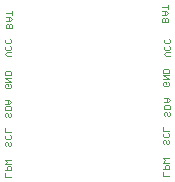
<source format=gbo>
G75*
%MOIN*%
%OFA0B0*%
%FSLAX24Y24*%
%IPPOS*%
%LPD*%
%AMOC8*
5,1,8,0,0,1.08239X$1,22.5*
%
%ADD10C,0.0040*%
D10*
X002004Y000638D02*
X002004Y000772D01*
X002004Y000859D02*
X002204Y000859D01*
X002204Y000959D01*
X002171Y000993D01*
X002104Y000993D01*
X002071Y000959D01*
X002071Y000859D01*
X002004Y000638D02*
X002204Y000638D01*
X002204Y001080D02*
X002004Y001080D01*
X002071Y001147D01*
X002004Y001214D01*
X002204Y001214D01*
X002163Y001685D02*
X002130Y001685D01*
X002096Y001719D01*
X002096Y001785D01*
X002063Y001819D01*
X002030Y001819D01*
X001996Y001785D01*
X001996Y001719D01*
X002030Y001685D01*
X002163Y001685D02*
X002197Y001719D01*
X002197Y001785D01*
X002163Y001819D01*
X002163Y001906D02*
X002030Y001906D01*
X001996Y001940D01*
X001996Y002006D01*
X002030Y002040D01*
X001996Y002127D02*
X001996Y002261D01*
X001996Y002127D02*
X002197Y002127D01*
X002163Y002040D02*
X002197Y002006D01*
X002197Y001940D01*
X002163Y001906D01*
X002171Y002646D02*
X002138Y002646D01*
X002104Y002679D01*
X002104Y002746D01*
X002071Y002779D01*
X002038Y002779D01*
X002004Y002746D01*
X002004Y002679D01*
X002038Y002646D01*
X002171Y002646D02*
X002204Y002679D01*
X002204Y002746D01*
X002171Y002779D01*
X002204Y002867D02*
X002004Y002867D01*
X002004Y002967D01*
X002038Y003000D01*
X002171Y003000D01*
X002204Y002967D01*
X002204Y002867D01*
X002138Y003088D02*
X002004Y003088D01*
X002104Y003088D02*
X002104Y003221D01*
X002138Y003221D02*
X002004Y003221D01*
X002138Y003221D02*
X002204Y003155D01*
X002138Y003088D01*
X002171Y003591D02*
X002038Y003591D01*
X002004Y003624D01*
X002004Y003691D01*
X002038Y003724D01*
X002104Y003724D01*
X002104Y003658D01*
X002171Y003724D02*
X002204Y003691D01*
X002204Y003624D01*
X002171Y003591D01*
X002204Y003812D02*
X002004Y003812D01*
X002004Y003945D02*
X002204Y003945D01*
X002204Y004033D02*
X002204Y004133D01*
X002171Y004166D01*
X002038Y004166D01*
X002004Y004133D01*
X002004Y004033D01*
X002204Y004033D01*
X002004Y003945D02*
X002204Y003812D01*
X002201Y004660D02*
X002067Y004660D01*
X002000Y004727D01*
X002067Y004794D01*
X002201Y004794D01*
X002167Y004881D02*
X002034Y004881D01*
X002000Y004915D01*
X002000Y004981D01*
X002034Y005015D01*
X002167Y005015D02*
X002201Y004981D01*
X002201Y004915D01*
X002167Y004881D01*
X002167Y005102D02*
X002034Y005102D01*
X002000Y005136D01*
X002000Y005202D01*
X002034Y005236D01*
X002167Y005236D02*
X002201Y005202D01*
X002201Y005136D01*
X002167Y005102D01*
X002124Y005607D02*
X002124Y005707D01*
X002091Y005740D01*
X002057Y005740D01*
X002024Y005707D01*
X002024Y005607D01*
X002224Y005607D01*
X002224Y005707D01*
X002191Y005740D01*
X002158Y005740D01*
X002124Y005707D01*
X002124Y005828D02*
X002124Y005961D01*
X002158Y005961D02*
X002024Y005961D01*
X002158Y005961D02*
X002224Y005895D01*
X002158Y005828D01*
X002024Y005828D01*
X002224Y006049D02*
X002224Y006182D01*
X002224Y006116D02*
X002024Y006116D01*
X007240Y006162D02*
X007374Y006162D01*
X007441Y006095D01*
X007374Y006028D01*
X007240Y006028D01*
X007274Y005941D02*
X007240Y005907D01*
X007240Y005807D01*
X007441Y005807D01*
X007441Y005907D01*
X007407Y005941D01*
X007374Y005941D01*
X007341Y005907D01*
X007341Y005807D01*
X007341Y005907D02*
X007307Y005941D01*
X007274Y005941D01*
X007341Y006028D02*
X007341Y006162D01*
X007441Y006249D02*
X007441Y006383D01*
X007441Y006316D02*
X007240Y006316D01*
X007337Y005233D02*
X007303Y005200D01*
X007303Y005133D01*
X007337Y005100D01*
X007470Y005100D01*
X007504Y005133D01*
X007504Y005200D01*
X007470Y005233D01*
X007470Y005012D02*
X007504Y004979D01*
X007504Y004912D01*
X007470Y004879D01*
X007337Y004879D01*
X007303Y004912D01*
X007303Y004979D01*
X007337Y005012D01*
X007370Y004791D02*
X007504Y004791D01*
X007370Y004791D02*
X007303Y004725D01*
X007370Y004658D01*
X007504Y004658D01*
X007431Y004249D02*
X007297Y004249D01*
X007264Y004216D01*
X007264Y004116D01*
X007464Y004116D01*
X007464Y004216D01*
X007431Y004249D01*
X007464Y004028D02*
X007264Y004028D01*
X007464Y003895D01*
X007264Y003895D01*
X007297Y003807D02*
X007364Y003807D01*
X007364Y003740D01*
X007297Y003674D02*
X007264Y003707D01*
X007264Y003774D01*
X007297Y003807D01*
X007297Y003674D02*
X007431Y003674D01*
X007464Y003707D01*
X007464Y003774D01*
X007431Y003807D01*
X007437Y003265D02*
X007303Y003265D01*
X007404Y003265D02*
X007404Y003131D01*
X007437Y003131D02*
X007504Y003198D01*
X007437Y003265D01*
X007437Y003131D02*
X007303Y003131D01*
X007337Y003044D02*
X007303Y003010D01*
X007303Y002910D01*
X007504Y002910D01*
X007504Y003010D01*
X007470Y003044D01*
X007337Y003044D01*
X007337Y002823D02*
X007303Y002789D01*
X007303Y002723D01*
X007337Y002689D01*
X007404Y002723D02*
X007404Y002789D01*
X007370Y002823D01*
X007337Y002823D01*
X007404Y002723D02*
X007437Y002689D01*
X007470Y002689D01*
X007504Y002723D01*
X007504Y002789D01*
X007470Y002823D01*
X007264Y002320D02*
X007264Y002186D01*
X007464Y002186D01*
X007431Y002099D02*
X007464Y002065D01*
X007464Y001999D01*
X007431Y001965D01*
X007297Y001965D01*
X007264Y001999D01*
X007264Y002065D01*
X007297Y002099D01*
X007297Y001878D02*
X007264Y001844D01*
X007264Y001778D01*
X007297Y001744D01*
X007364Y001778D02*
X007364Y001844D01*
X007331Y001878D01*
X007297Y001878D01*
X007364Y001778D02*
X007398Y001744D01*
X007431Y001744D01*
X007464Y001778D01*
X007464Y001844D01*
X007431Y001878D01*
X007464Y001257D02*
X007264Y001257D01*
X007331Y001190D01*
X007264Y001123D01*
X007464Y001123D01*
X007431Y001036D02*
X007364Y001036D01*
X007331Y001002D01*
X007331Y000902D01*
X007264Y000902D02*
X007464Y000902D01*
X007464Y001002D01*
X007431Y001036D01*
X007264Y000815D02*
X007264Y000681D01*
X007464Y000681D01*
M02*

</source>
